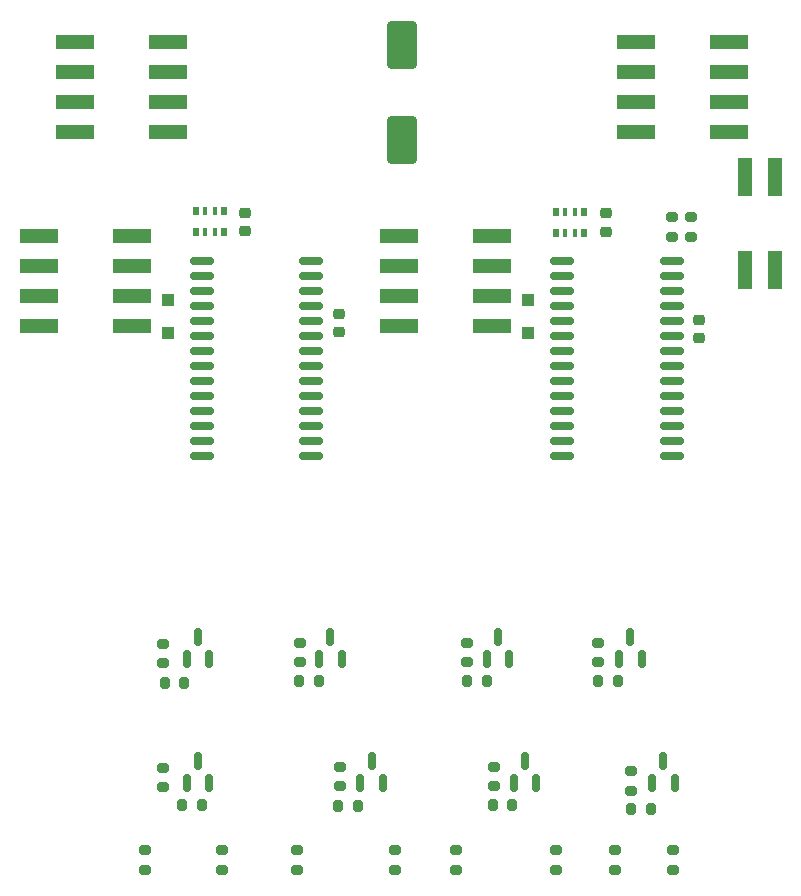
<source format=gbr>
%TF.GenerationSoftware,KiCad,Pcbnew,(6.0.0)*%
%TF.CreationDate,2022-08-06T01:14:48-04:00*%
%TF.ProjectId,security module,73656375-7269-4747-9920-6d6f64756c65,rev?*%
%TF.SameCoordinates,Original*%
%TF.FileFunction,Paste,Top*%
%TF.FilePolarity,Positive*%
%FSLAX46Y46*%
G04 Gerber Fmt 4.6, Leading zero omitted, Abs format (unit mm)*
G04 Created by KiCad (PCBNEW (6.0.0)) date 2022-08-06 01:14:48*
%MOMM*%
%LPD*%
G01*
G04 APERTURE LIST*
G04 Aperture macros list*
%AMRoundRect*
0 Rectangle with rounded corners*
0 $1 Rounding radius*
0 $2 $3 $4 $5 $6 $7 $8 $9 X,Y pos of 4 corners*
0 Add a 4 corners polygon primitive as box body*
4,1,4,$2,$3,$4,$5,$6,$7,$8,$9,$2,$3,0*
0 Add four circle primitives for the rounded corners*
1,1,$1+$1,$2,$3*
1,1,$1+$1,$4,$5*
1,1,$1+$1,$6,$7*
1,1,$1+$1,$8,$9*
0 Add four rect primitives between the rounded corners*
20,1,$1+$1,$2,$3,$4,$5,0*
20,1,$1+$1,$4,$5,$6,$7,0*
20,1,$1+$1,$6,$7,$8,$9,0*
20,1,$1+$1,$8,$9,$2,$3,0*%
G04 Aperture macros list end*
%ADD10R,3.300000X1.200000*%
%ADD11RoundRect,0.200000X-0.275000X0.200000X-0.275000X-0.200000X0.275000X-0.200000X0.275000X0.200000X0*%
%ADD12RoundRect,0.150000X0.875000X0.150000X-0.875000X0.150000X-0.875000X-0.150000X0.875000X-0.150000X0*%
%ADD13RoundRect,0.150000X0.150000X-0.587500X0.150000X0.587500X-0.150000X0.587500X-0.150000X-0.587500X0*%
%ADD14RoundRect,0.225000X0.250000X-0.225000X0.250000X0.225000X-0.250000X0.225000X-0.250000X-0.225000X0*%
%ADD15R,0.500000X0.800000*%
%ADD16R,0.400000X0.800000*%
%ADD17RoundRect,0.200000X0.200000X0.275000X-0.200000X0.275000X-0.200000X-0.275000X0.200000X-0.275000X0*%
%ADD18RoundRect,0.200000X0.275000X-0.200000X0.275000X0.200000X-0.275000X0.200000X-0.275000X-0.200000X0*%
%ADD19R,1.200000X3.300000*%
%ADD20RoundRect,0.250000X-1.000000X1.750000X-1.000000X-1.750000X1.000000X-1.750000X1.000000X1.750000X0*%
%ADD21RoundRect,0.225000X-0.250000X0.225000X-0.250000X-0.225000X0.250000X-0.225000X0.250000X0.225000X0*%
%ADD22R,1.100000X1.100000*%
G04 APERTURE END LIST*
D10*
%TO.C,SW2*%
X62400000Y-48310000D03*
X62400000Y-45770000D03*
X62400000Y-43230000D03*
X62400000Y-40690000D03*
X54500000Y-40690000D03*
X54500000Y-43230000D03*
X54500000Y-45770000D03*
X54500000Y-48310000D03*
%TD*%
D11*
%TO.C,R25*%
X74200000Y-85975000D03*
X74200000Y-87625000D03*
%TD*%
D12*
%TO.C,U2*%
X77600000Y-59255000D03*
X77600000Y-57985000D03*
X77600000Y-56715000D03*
X77600000Y-55445000D03*
X77600000Y-54175000D03*
X77600000Y-52905000D03*
X77600000Y-51635000D03*
X77600000Y-50365000D03*
X77600000Y-49095000D03*
X77600000Y-47825000D03*
X77600000Y-46555000D03*
X77600000Y-45285000D03*
X77600000Y-44015000D03*
X77600000Y-42745000D03*
X68300000Y-42745000D03*
X68300000Y-44015000D03*
X68300000Y-45285000D03*
X68300000Y-46555000D03*
X68300000Y-47825000D03*
X68300000Y-49095000D03*
X68300000Y-50365000D03*
X68300000Y-51635000D03*
X68300000Y-52905000D03*
X68300000Y-54175000D03*
X68300000Y-55445000D03*
X68300000Y-56715000D03*
X68300000Y-57985000D03*
X68300000Y-59255000D03*
%TD*%
D13*
%TO.C,Q5*%
X61950000Y-76437500D03*
X63850000Y-76437500D03*
X62900000Y-74562500D03*
%TD*%
D11*
%TO.C,TH6*%
X67800000Y-92675000D03*
X67800000Y-94325000D03*
%TD*%
%TO.C,R31*%
X71400000Y-75075000D03*
X71400000Y-76725000D03*
%TD*%
D14*
%TO.C,C1*%
X41500000Y-40225000D03*
X41500000Y-38675000D03*
%TD*%
D11*
%TO.C,TH2*%
X39500000Y-92675000D03*
X39500000Y-94325000D03*
%TD*%
%TO.C,R29*%
X60300000Y-75075000D03*
X60300000Y-76725000D03*
%TD*%
D15*
%TO.C,RN1*%
X39700000Y-38550000D03*
D16*
X38900000Y-38550000D03*
X38100000Y-38550000D03*
D15*
X37300000Y-38550000D03*
X37300000Y-40350000D03*
D16*
X38100000Y-40350000D03*
X38900000Y-40350000D03*
D15*
X39700000Y-40350000D03*
%TD*%
D11*
%TO.C,TH4*%
X54200000Y-92675000D03*
X54200000Y-94325000D03*
%TD*%
D17*
%TO.C,R32*%
X73025000Y-78300000D03*
X71375000Y-78300000D03*
%TD*%
D11*
%TO.C,R21*%
X49500000Y-85575000D03*
X49500000Y-87225000D03*
%TD*%
D14*
%TO.C,C2*%
X72000000Y-40275000D03*
X72000000Y-38725000D03*
%TD*%
D11*
%TO.C,R33*%
X79200000Y-39080000D03*
X79200000Y-40730000D03*
%TD*%
D13*
%TO.C,Q6*%
X64250000Y-86937500D03*
X66150000Y-86937500D03*
X65200000Y-85062500D03*
%TD*%
D18*
%TO.C,TH5*%
X59300000Y-94325000D03*
X59300000Y-92675000D03*
%TD*%
D13*
%TO.C,Q2*%
X36550000Y-86937500D03*
X38450000Y-86937500D03*
X37500000Y-85062500D03*
%TD*%
D17*
%TO.C,R24*%
X64125000Y-88800000D03*
X62475000Y-88800000D03*
%TD*%
%TO.C,R2*%
X36325000Y-78500000D03*
X34675000Y-78500000D03*
%TD*%
%TO.C,R26*%
X75825000Y-89200000D03*
X74175000Y-89200000D03*
%TD*%
D19*
%TO.C,SW5*%
X86360000Y-35620000D03*
X83820000Y-35620000D03*
X83820000Y-43520000D03*
X86360000Y-43520000D03*
%TD*%
D20*
%TO.C,C5*%
X54750000Y-24500000D03*
X54750000Y-32500000D03*
%TD*%
D13*
%TO.C,Q4*%
X51250000Y-86937500D03*
X53150000Y-86937500D03*
X52200000Y-85062500D03*
%TD*%
D17*
%TO.C,R22*%
X51025000Y-88900000D03*
X49375000Y-88900000D03*
%TD*%
D10*
%TO.C,SW3*%
X74550000Y-24190000D03*
X74550000Y-26730000D03*
X74550000Y-29270000D03*
X74550000Y-31810000D03*
X82450000Y-31810000D03*
X82450000Y-29270000D03*
X82450000Y-26730000D03*
X82450000Y-24190000D03*
%TD*%
D18*
%TO.C,TH1*%
X33000000Y-94325000D03*
X33000000Y-92675000D03*
%TD*%
D11*
%TO.C,TH8*%
X77700000Y-92675000D03*
X77700000Y-94325000D03*
%TD*%
D17*
%TO.C,R30*%
X61925000Y-78300000D03*
X60275000Y-78300000D03*
%TD*%
D18*
%TO.C,TH7*%
X72800000Y-94325000D03*
X72800000Y-92675000D03*
%TD*%
D12*
%TO.C,U1*%
X47100000Y-59255000D03*
X47100000Y-57985000D03*
X47100000Y-56715000D03*
X47100000Y-55445000D03*
X47100000Y-54175000D03*
X47100000Y-52905000D03*
X47100000Y-51635000D03*
X47100000Y-50365000D03*
X47100000Y-49095000D03*
X47100000Y-47825000D03*
X47100000Y-46555000D03*
X47100000Y-45285000D03*
X47100000Y-44015000D03*
X47100000Y-42745000D03*
X37800000Y-42745000D03*
X37800000Y-44015000D03*
X37800000Y-45285000D03*
X37800000Y-46555000D03*
X37800000Y-47825000D03*
X37800000Y-49095000D03*
X37800000Y-50365000D03*
X37800000Y-51635000D03*
X37800000Y-52905000D03*
X37800000Y-54175000D03*
X37800000Y-55445000D03*
X37800000Y-56715000D03*
X37800000Y-57985000D03*
X37800000Y-59255000D03*
%TD*%
D15*
%TO.C,RN2*%
X70200000Y-38600000D03*
D16*
X69400000Y-38600000D03*
X68600000Y-38600000D03*
D15*
X67800000Y-38600000D03*
X67800000Y-40400000D03*
D16*
X68600000Y-40400000D03*
X69400000Y-40400000D03*
D15*
X70200000Y-40400000D03*
%TD*%
D21*
%TO.C,C4*%
X79950000Y-47725000D03*
X79950000Y-49275000D03*
%TD*%
D11*
%TO.C,R27*%
X46100000Y-75075000D03*
X46100000Y-76725000D03*
%TD*%
D13*
%TO.C,Q3*%
X47750000Y-76437500D03*
X49650000Y-76437500D03*
X48700000Y-74562500D03*
%TD*%
D11*
%TO.C,R1*%
X34500000Y-75175000D03*
X34500000Y-76825000D03*
%TD*%
D18*
%TO.C,TH3*%
X45900000Y-94325000D03*
X45900000Y-92675000D03*
%TD*%
D13*
%TO.C,Q1*%
X36550000Y-76437500D03*
X38450000Y-76437500D03*
X37500000Y-74562500D03*
%TD*%
D17*
%TO.C,R28*%
X47725000Y-78300000D03*
X46075000Y-78300000D03*
%TD*%
D11*
%TO.C,R23*%
X62600000Y-85575000D03*
X62600000Y-87225000D03*
%TD*%
D13*
%TO.C,Q7*%
X73150000Y-76437500D03*
X75050000Y-76437500D03*
X74100000Y-74562500D03*
%TD*%
D11*
%TO.C,R19*%
X34500000Y-85675000D03*
X34500000Y-87325000D03*
%TD*%
D17*
%TO.C,R20*%
X37825000Y-88800000D03*
X36175000Y-88800000D03*
%TD*%
D11*
%TO.C,R34*%
X77630000Y-39080000D03*
X77630000Y-40730000D03*
%TD*%
D10*
%TO.C,SW1*%
X31900000Y-48310000D03*
X31900000Y-45770000D03*
X31900000Y-43230000D03*
X31900000Y-40690000D03*
X24000000Y-40690000D03*
X24000000Y-43230000D03*
X24000000Y-45770000D03*
X24000000Y-48310000D03*
%TD*%
D13*
%TO.C,Q8*%
X75950000Y-86937500D03*
X77850000Y-86937500D03*
X76900000Y-85062500D03*
%TD*%
D10*
%TO.C,SW4*%
X27050000Y-24190000D03*
X27050000Y-26730000D03*
X27050000Y-29270000D03*
X27050000Y-31810000D03*
X34950000Y-31810000D03*
X34950000Y-29270000D03*
X34950000Y-26730000D03*
X34950000Y-24190000D03*
%TD*%
D22*
%TO.C,D1*%
X34950000Y-48900000D03*
X34950000Y-46100000D03*
%TD*%
D21*
%TO.C,C3*%
X49450000Y-47225000D03*
X49450000Y-48775000D03*
%TD*%
D22*
%TO.C,D2*%
X65450000Y-48900000D03*
X65450000Y-46100000D03*
%TD*%
M02*

</source>
